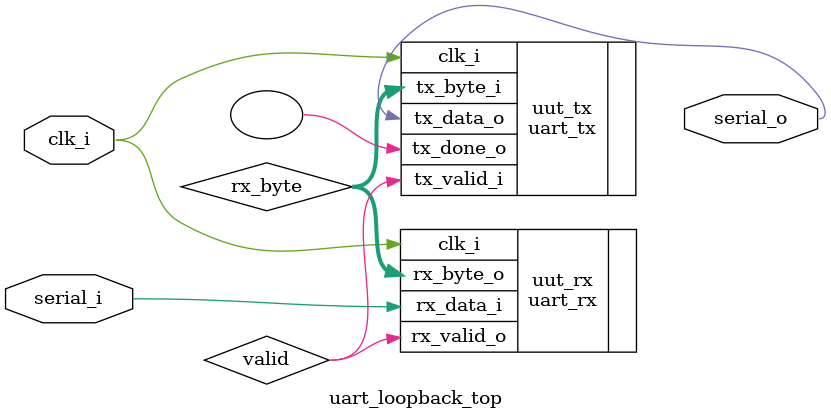
<source format=sv>
`include "../../components/uart.sv"

module uart_loopback_top (
    input  logic clk_i,
    input  logic serial_i,

    output logic serial_o
);
    parameter int CCS_PER_BIT    = 217;

    logic       valid;
    logic [7:0] rx_byte;

    uart_rx #(
        .CCS_PER_BIT(CCS_PER_BIT)
    ) uut_rx (
        .clk_i(clk_i),
        .rx_data_i(serial_i),
        .rx_byte_o(rx_byte),
        .rx_valid_o(valid)
    );

    uart_tx #(
        .CCS_PER_BIT(CCS_PER_BIT)
    ) uut_tx (
        .clk_i(clk_i),
        .tx_byte_i(rx_byte),
        .tx_valid_i(valid),
        .tx_data_o(serial_o),
        .tx_done_o()
    );
endmodule

</source>
